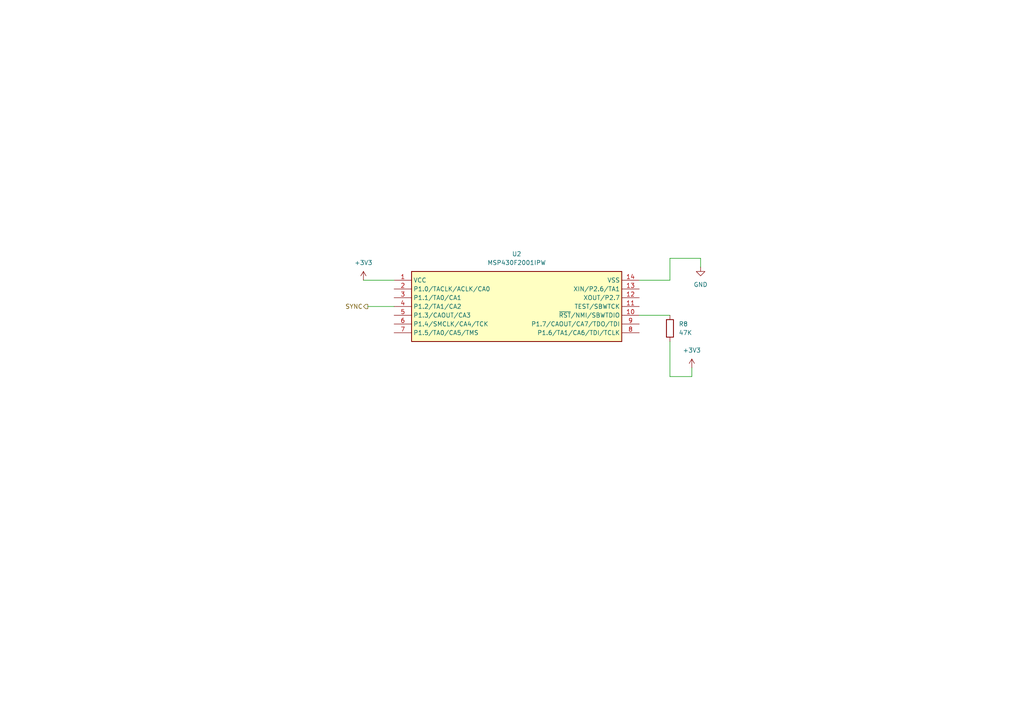
<source format=kicad_sch>
(kicad_sch (version 20250114) (generator "eeschema") (generator_version "9.0")
  (paper "A4")
  (lib_symbols
    (symbol "Device:R" (pin_numbers (hide yes)) (pin_names (offset 0))
      (property "Reference" "R" (at 2.032 0 90))
      (property "Value" "R" (at 0 0 90))
      (symbol "R_0_1"
        (rectangle (start -1.016 -2.54) (end 1.016 2.54) (stroke (width 0.254)))
      )
      (symbol "R_1_1"
        (pin passive line (at 0 3.81 270) (length 1.27) (name "~") (number "1"))
        (pin passive line (at 0 -3.81 90) (length 1.27) (name "~") (number "2"))
      )
    )
    (symbol "MSP430F2001IPW:MSP430F2001IPW"
      (property "Reference" "IC" (at 67.31 7.62 0))
      (property "Value" "MSP430F2001IPW" (at 67.31 5.08 0))
      (symbol "MSP430F2001IPW_1_1"
        (rectangle (start 5.08 2.54) (end 66.04 -17.78) (stroke (width 0.254)) (fill (type background)))
        (pin passive line (at 0 0 0) (length 5.08) (name "VCC") (number "1"))
        (pin passive line (at 0 -2.54 0) (length 5.08) (name "P1.0/TACLK/ACLK/CA0") (number "2"))
        (pin passive line (at 0 -5.08 0) (length 5.08) (name "P1.1/TA0/CA1") (number "3"))
        (pin passive line (at 0 -7.62 0) (length 5.08) (name "P1.2/TA1/CA2") (number "4"))
        (pin passive line (at 0 -10.16 0) (length 5.08) (name "P1.3/CAOUT/CA3") (number "5"))
        (pin passive line (at 0 -12.7 0) (length 5.08) (name "P1.4/SMCLK/CA4/TCK") (number "6"))
        (pin passive line (at 0 -15.24 0) (length 5.08) (name "P1.5/TA0/CA5/TMS") (number "7"))
        (pin passive line (at 71.12 0 180) (length 5.08) (name "VSS") (number "14"))
        (pin passive line (at 71.12 -2.54 180) (length 5.08) (name "XIN/P2.6/TA1") (number "13"))
        (pin passive line (at 71.12 -5.08 180) (length 5.08) (name "XOUT/P2.7") (number "12"))
        (pin passive line (at 71.12 -7.62 180) (length 5.08) (name "TEST/SBWTCK") (number "11"))
        (pin passive line (at 71.12 -10.16 180) (length 5.08) (name "~{RST}/NMI/SBWTDIO") (number "10"))
        (pin passive line (at 71.12 -12.7 180) (length 5.08) (name "P1.7/CAOUT/CA7/TDO/TDI") (number "9"))
        (pin passive line (at 71.12 -15.24 180) (length 5.08) (name "P1.6/TA1/CA6/TDI/TCLK") (number "8"))
      )
    )
    (symbol "power:+3V3" (power) (pin_numbers (hide yes)) (pin_names (offset 0) (hide yes))
      (property "Value" "+3V3" (at 0 3.556 0))
      (symbol "+3V3_0_1"
        (polyline (pts (xy -0.762 1.27) (xy 0 2.54)))
        (polyline (pts (xy 0 2.54) (xy 0.762 1.27)))
        (polyline (pts (xy 0 0) (xy 0 2.54)))
      )
      (symbol "+3V3_1_1"
        (pin power_in line (at 0 0 90) (length 0) (name "~") (number "1"))
      )
    )
    (symbol "power:GND" (power) (pin_numbers (hide yes)) (pin_names (offset 0) (hide yes))
      (property "Value" "GND" (at 0 -3.81 0))
      (symbol "GND_0_1"
        (polyline (pts (xy 0 0) (xy 0 -1.27) (xy 1.27 -1.27) (xy 0 -2.54) (xy -1.27 -1.27) (xy 0 -1.27)))
      )
      (symbol "GND_1_1"
        (pin power_in line (at 0 0 270) (length 0) (name "~") (number "1"))
      )
    )
  )
  (wire (pts (xy 106.68 88.9) (xy 114.3 88.9)))
  (wire (pts (xy 203.2 74.93) (xy 203.2 77.47)))
  (wire (pts (xy 185.42 91.44) (xy 194.31 91.44)))
  (wire (pts (xy 194.31 74.93) (xy 194.31 81.28)))
  (wire (pts (xy 105.41 81.28) (xy 114.3 81.28)))
  (wire (pts (xy 194.31 109.22) (xy 200.66 109.22)))
  (wire (pts (xy 200.66 106.68) (xy 200.66 109.22)))
  (wire (pts (xy 185.42 81.28) (xy 194.31 81.28)))
  (wire (pts (xy 194.31 74.93) (xy 203.2 74.93)))
  (wire (pts (xy 194.31 99.06) (xy 194.31 109.22)))
  (hierarchical_label "SYNC" (shape output) (at 106.68 88.9 180))
  (symbol (lib_id "power:GND") (at 203.2 77.47 0) (unit 1)
    (property "Reference" "#PWR062" (effects (hide yes)))
    (property "Value" "GND" (at 203.2 82.55 0))
    (property "Description" "Power symbol creates a global label with name \"GND\" , ground" (effects (hide yes)))
  )
  (symbol (lib_id "Device:R") (at 194.31 95.25 0) (unit 1)
    (property "Reference" "R8" (at 196.85 93.9799 0) (effects (justify left)))
    (property "Value" "47K" (at 196.85 96.5199 0) (effects (justify left)))
    (property "Description" "Resistor" (effects (hide yes)))
  )
  (symbol (lib_id "power:+3V3") (at 200.66 106.68 0) (unit 1)
    (property "Reference" "#PWR061" (effects (hide yes)))
    (property "Value" "+3V3" (at 200.66 101.6 0))
    (property "Description" "Power symbol creates a global label with name \"+3V3\"" (effects (hide yes)))
  )
  (symbol (lib_id "MSP430F2001IPW:MSP430F2001IPW") (at 114.3 81.28 0) (unit 1)
    (property "Reference" "U2" (at 149.86 73.66 0))
    (property "Value" "MSP430F2001IPW" (at 149.86 76.2 0))
    (property "Footprint" "SOP65P640X120-14N" (effects (hide yes)))
    (property "Datasheet" "http://www.ti.com/lit/ds/symlink/msp430f2001.pdf" (effects (hide yes)))
    (property "Description" "16-bit Ultra-Low-Power Microcontroller, 1kB Flash, 128B RAM, Comparator" (effects (hide yes)))
    (property "Height" "1.2" (effects (hide yes)))
    (property "Mouser Part Number" "595-MSP430F2001IPW" (effects (hide yes)))
    (property "Mouser Price/Stock" "https://www.mouser.co.uk/ProductDetail/Texas-Instruments/MSP430F2001IPW?qs=rLYyFdxB%2FmoGL6P5k5Gt2Q%3D%3D" (effects (hide yes)))
    (property "Manufacturer_Name" "Texas Instruments" (effects (hide yes)))
    (property "Manufacturer_Part_Number" "MSP430F2001IPW" (effects (hide yes)))
  )
  (symbol (lib_id "power:+3V3") (at 105.41 81.28 0) (unit 1)
    (property "Reference" "#PWR060" (effects (hide yes)))
    (property "Value" "+3V3" (at 105.41 76.2 0))
    (property "Description" "Power symbol creates a global label with name \"+3V3\"" (effects (hide yes)))
  )
)
</source>
